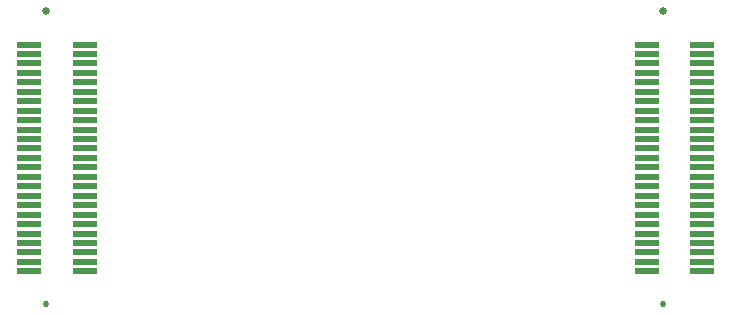
<source format=gbr>
%TF.GenerationSoftware,KiCad,Pcbnew,7.0.2*%
%TF.CreationDate,2023-05-22T10:30:23+03:00*%
%TF.ProjectId,MCU_V1,4d43555f-5631-42e6-9b69-6361645f7063,rev?*%
%TF.SameCoordinates,Original*%
%TF.FileFunction,Soldermask,Bot*%
%TF.FilePolarity,Negative*%
%FSLAX46Y46*%
G04 Gerber Fmt 4.6, Leading zero omitted, Abs format (unit mm)*
G04 Created by KiCad (PCBNEW 7.0.2) date 2023-05-22 10:30:23*
%MOMM*%
%LPD*%
G01*
G04 APERTURE LIST*
%ADD10R,2.000000X0.500000*%
%ADD11C,0.525000*%
%ADD12C,0.675000*%
G04 APERTURE END LIST*
D10*
%TO.C,H1*%
X165980000Y-78940000D03*
X165980000Y-79740000D03*
X165980000Y-80540000D03*
X165980000Y-81340000D03*
X165980000Y-82140000D03*
X165980000Y-82940000D03*
X165980000Y-83740000D03*
X165980000Y-84540000D03*
X165980000Y-85340000D03*
X165980000Y-86140000D03*
X165980000Y-86940000D03*
X165980000Y-87740000D03*
X165980000Y-88540000D03*
X165980000Y-89340000D03*
X165980000Y-90140000D03*
X165980000Y-90940000D03*
X165980000Y-91740000D03*
X165980000Y-92540000D03*
X165980000Y-93340000D03*
X165980000Y-94140000D03*
X165980000Y-94940000D03*
X165980000Y-95740000D03*
X165980000Y-96540000D03*
X165980000Y-97340000D03*
X165980000Y-98140000D03*
X161280000Y-78940000D03*
X161280000Y-79740000D03*
X161280000Y-80540000D03*
X161280000Y-81340000D03*
X161280000Y-82140000D03*
X161280000Y-82940000D03*
X161280000Y-83740000D03*
X161280000Y-84540000D03*
X161280000Y-85340000D03*
X161280000Y-86140000D03*
X161280000Y-86940000D03*
X161280000Y-87740000D03*
X161280000Y-88540000D03*
X161280000Y-89340000D03*
X161280000Y-90140000D03*
X161280000Y-90940000D03*
X161280000Y-91740000D03*
X161280000Y-92540000D03*
X161280000Y-93340000D03*
X161280000Y-94140000D03*
X161280000Y-94940000D03*
X161280000Y-95740000D03*
X161280000Y-96540000D03*
X161280000Y-97340000D03*
X161280000Y-98140000D03*
X113690000Y-98140000D03*
X113690000Y-97340000D03*
X113690000Y-96540000D03*
X113690000Y-95740000D03*
X113690000Y-94940000D03*
X113690000Y-94140000D03*
X113690000Y-93340000D03*
X113690000Y-92540000D03*
X113690000Y-91740000D03*
X113690000Y-90940000D03*
X113690000Y-90140000D03*
X113690000Y-89340000D03*
X113690000Y-88540000D03*
X113690000Y-87740000D03*
X113690000Y-86940000D03*
X113690000Y-86140000D03*
X113690000Y-85340000D03*
X113690000Y-84540000D03*
X113690000Y-83740000D03*
X113690000Y-82940000D03*
X113690000Y-82140000D03*
X113690000Y-81340000D03*
X113690000Y-80540000D03*
X113690000Y-79740000D03*
X113690000Y-78940000D03*
X108990000Y-98140000D03*
X108990000Y-97340000D03*
X108990000Y-96540000D03*
X108990000Y-95740000D03*
X108990000Y-94940000D03*
X108990000Y-94140000D03*
X108990000Y-93340000D03*
X108990000Y-92540000D03*
X108990000Y-91740000D03*
X108990000Y-90940000D03*
X108990000Y-90140000D03*
X108990000Y-89340000D03*
X108990000Y-88540000D03*
X108990000Y-87740000D03*
X108990000Y-86940000D03*
X108990000Y-86140000D03*
X108990000Y-85340000D03*
X108990000Y-84540000D03*
X108990000Y-83740000D03*
X108990000Y-82940000D03*
X108990000Y-82140000D03*
X108990000Y-81340000D03*
X108990000Y-80540000D03*
X108990000Y-79740000D03*
X108990000Y-78940000D03*
D11*
X162680000Y-100940000D03*
X110390000Y-100940000D03*
D12*
X162680000Y-76140000D03*
X110390000Y-76140000D03*
%TD*%
M02*

</source>
